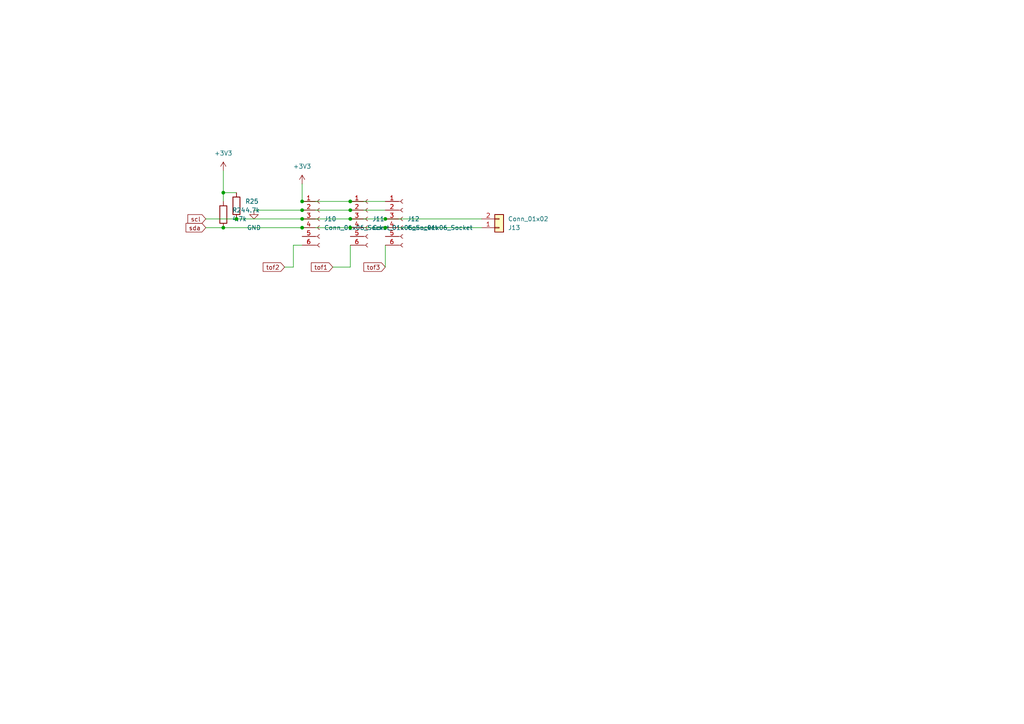
<source format=kicad_sch>
(kicad_sch (version 20231120) (generator "eeschema") (generator_version "8.0")
  (paper "A4")
  (lib_symbols
    (symbol "Connector:Conn_01x06_Socket" (pin_names (offset 1.016) hide)
      (property "Reference" "J" (at 0 7.62 0))
      (property "Value" "Conn_01x06_Socket" (at 0 -10.16 0))
      (symbol "Conn_01x06_Socket_1_1"
        (arc (start 0 -7.112) (mid -0.5058 -7.62) (end 0 -8.128) (stroke (width 0.1524)))
        (arc (start 0 -4.572) (mid -0.5058 -5.08) (end 0 -5.588) (stroke (width 0.1524)))
        (arc (start 0 -2.032) (mid -0.5058 -2.54) (end 0 -3.048) (stroke (width 0.1524)))
        (polyline (pts (xy -1.27 -7.62) (xy -0.508 -7.62)) (stroke (width 0.1524)))
        (polyline (pts (xy -1.27 -5.08) (xy -0.508 -5.08)) (stroke (width 0.1524)))
        (polyline (pts (xy -1.27 -2.54) (xy -0.508 -2.54)) (stroke (width 0.1524)))
        (polyline (pts (xy -1.27 0) (xy -0.508 0)) (stroke (width 0.1524)))
        (polyline (pts (xy -1.27 2.54) (xy -0.508 2.54)) (stroke (width 0.1524)))
        (polyline (pts (xy -1.27 5.08) (xy -0.508 5.08)) (stroke (width 0.1524)))
        (arc (start 0 0.508) (mid -0.5058 0) (end 0 -0.508) (stroke (width 0.1524)))
        (arc (start 0 3.048) (mid -0.5058 2.54) (end 0 2.032) (stroke (width 0.1524)))
        (arc (start 0 5.588) (mid -0.5058 5.08) (end 0 4.572) (stroke (width 0.1524)))
        (pin passive line (at -5.08 5.08 0) (length 3.81) (name "Pin_1") (number "1"))
        (pin passive line (at -5.08 2.54 0) (length 3.81) (name "Pin_2") (number "2"))
        (pin passive line (at -5.08 0 0) (length 3.81) (name "Pin_3") (number "3"))
        (pin passive line (at -5.08 -2.54 0) (length 3.81) (name "Pin_4") (number "4"))
        (pin passive line (at -5.08 -5.08 0) (length 3.81) (name "Pin_5") (number "5"))
        (pin passive line (at -5.08 -7.62 0) (length 3.81) (name "Pin_6") (number "6"))
      )
    )
    (symbol "Connector_Generic:Conn_01x02" (pin_names (offset 1.016) hide)
      (property "Reference" "J" (at 0 2.54 0))
      (property "Value" "Conn_01x02" (at 0 -5.08 0))
      (symbol "Conn_01x02_1_1"
        (rectangle (start -1.27 -2.413) (end 0 -2.667) (stroke (width 0.1524)))
        (rectangle (start -1.27 0.127) (end 0 -0.127) (stroke (width 0.1524)))
        (rectangle (start -1.27 1.27) (end 1.27 -3.81) (stroke (width 0.254)) (fill (type background)))
        (pin passive line (at -5.08 0 0) (length 3.81) (name "Pin_1") (number "1"))
        (pin passive line (at -5.08 -2.54 0) (length 3.81) (name "Pin_2") (number "2"))
      )
    )
    (symbol "Device:R" (pin_numbers hide) (pin_names (offset 0))
      (property "Reference" "R" (at 2.032 0 90))
      (property "Value" "R" (at 0 0 90))
      (symbol "R_0_1"
        (rectangle (start -1.016 -2.54) (end 1.016 2.54) (stroke (width 0.254)))
      )
      (symbol "R_1_1"
        (pin passive line (at 0 3.81 270) (length 1.27) (name "~") (number "1"))
        (pin passive line (at 0 -3.81 90) (length 1.27) (name "~") (number "2"))
      )
    )
    (symbol "power:+3V3" (power) (pin_names (offset 0))
      (property "Value" "+3V3" (at 0 3.556 0))
      (symbol "+3V3_0_1"
        (polyline (pts (xy -0.762 1.27) (xy 0 2.54)))
        (polyline (pts (xy 0 0) (xy 0 2.54)))
        (polyline (pts (xy 0 2.54) (xy 0.762 1.27)))
      )
      (symbol "+3V3_1_1"
        (pin power_in line (at 0 0 90) (length 0) hide (name "+3V3") (number "1"))
      )
    )
    (symbol "power:+5V" (power) (pin_numbers hide) (pin_names (offset 0) hide)
      (property "Value" "+5V" (at 0 3.556 0))
      (symbol "+5V_0_1"
        (polyline (pts (xy -0.762 1.27) (xy 0 2.54)))
        (polyline (pts (xy 0 0) (xy 0 2.54)))
        (polyline (pts (xy 0 2.54) (xy 0.762 1.27)))
      )
      (symbol "+5V_1_1"
        (pin power_in line (at 0 0 90) (length 0) (name "~") (number "1"))
      )
    )
    (symbol "power:GND" (power) (pin_numbers hide) (pin_names (offset 0) hide)
      (property "Value" "GND" (at 0 -3.81 0))
      (symbol "GND_0_1"
        (polyline (pts (xy 0 0) (xy 0 -1.27) (xy 1.27 -1.27) (xy 0 -2.54) (xy -1.27 -1.27) (xy 0 -1.27)))
      )
      (symbol "GND_1_1"
        (pin power_in line (at 0 0 270) (length 0) (name "~") (number "1"))
      )
    )
  )
  (junction (at 111.76 66.04))
  (junction (at 111.76 63.5))
  (junction (at 101.6 60.96))
  (junction (at 101.6 58.42))
  (junction (at 87.63 58.42))
  (junction (at 64.77 55.88))
  (junction (at 64.77 66.04))
  (junction (at 101.6 63.5))
  (junction (at 87.63 63.5))
  (junction (at 101.6 66.04))
  (junction (at 87.63 66.04))
  (junction (at 68.58 63.5))
  (junction (at 87.63 60.96))
  (wire (pts (xy 111.76 71.12) (xy 111.76 77.47)))
  (wire (pts (xy 111.76 63.5) (xy 139.7 63.5)))
  (wire (pts (xy 87.63 58.42) (xy 101.6 58.42)))
  (wire (pts (xy 85.09 77.47) (xy 85.09 71.12)))
  (wire (pts (xy 101.6 60.96) (xy 111.76 60.96)))
  (wire (pts (xy 64.77 55.88) (xy 68.58 55.88)))
  (wire (pts (xy 59.69 66.04) (xy 64.77 66.04)))
  (wire (pts (xy 87.63 63.5) (xy 101.6 63.5)))
  (wire (pts (xy 101.6 58.42) (xy 111.76 58.42)))
  (wire (pts (xy 85.09 71.12) (xy 87.63 71.12)))
  (wire (pts (xy 64.77 55.88) (xy 64.77 49.53)))
  (wire (pts (xy 101.6 63.5) (xy 111.76 63.5)))
  (wire (pts (xy 101.6 66.04) (xy 111.76 66.04)))
  (wire (pts (xy 73.66 60.96) (xy 87.63 60.96)))
  (wire (pts (xy 82.55 77.47) (xy 85.09 77.47)))
  (wire (pts (xy 68.58 63.5) (xy 87.63 63.5)))
  (wire (pts (xy 111.76 66.04) (xy 139.7 66.04)))
  (wire (pts (xy 96.52 77.47) (xy 101.6 77.47)))
  (wire (pts (xy 64.77 66.04) (xy 87.63 66.04)))
  (wire (pts (xy 101.6 77.47) (xy 101.6 71.12)))
  (wire (pts (xy 87.63 53.34) (xy 87.63 58.42)))
  (wire (pts (xy 87.63 60.96) (xy 101.6 60.96)))
  (wire (pts (xy 87.63 66.04) (xy 101.6 66.04)))
  (wire (pts (xy 64.77 58.42) (xy 64.77 55.88)))
  (wire (pts (xy 59.69 63.5) (xy 68.58 63.5)))
  (global_label "tof2" (shape input) (at 82.55 77.47 180) (property "Intersheetrefs" "${INTERSHEET_REFS}" (effects (hide yes))))
  (global_label "tof1" (shape input) (at 96.52 77.47 180) (property "Intersheetrefs" "${INTERSHEET_REFS}" (effects (hide yes))))
  (global_label "scl" (shape input) (at 59.69 63.5 180) (property "Intersheetrefs" "${INTERSHEET_REFS}" (effects (hide yes))))
  (global_label "tof3" (shape input) (at 111.76 77.47 180) (property "Intersheetrefs" "${INTERSHEET_REFS}" (effects (hide yes))))
  (global_label "sda" (shape input) (at 59.69 66.04 180) (property "Intersheetrefs" "${INTERSHEET_REFS}" (effects (hide yes))))
  (symbol (lib_id "Device:R") (at 64.77 62.23 180) (unit 1)
    (property "Reference" "R24" (at 67.31 60.96 0) (effects (justify right)))
    (property "Value" "4.7k" (at 67.31 63.5 0) (effects (justify right)))
    (property "Footprint" "Resistor_SMD:R_0402_1005Metric" (effects (hide yes)))
  )
  (symbol (lib_id "Connector:Conn_01x06_Socket") (at 92.71 63.5 0) (unit 1)
    (property "Reference" "J10" (at 93.98 63.4999 0) (effects (justify left)))
    (property "Value" "Conn_01x06_Socket" (at 93.98 66.0399 0) (effects (justify left)))
    (property "Footprint" "Connector_JST:JST_XH_B6B-XH-AM_1x06_P2.50mm_Vertical" (effects (hide yes)))
    (property "Description" "Generic connector, single row, 01x06, script generated" (effects (hide yes)))
  )
  (symbol (lib_id "Connector:Conn_01x06_Socket") (at 106.68 63.5 0) (unit 1)
    (property "Reference" "J11" (at 107.95 63.4999 0) (effects (justify left)))
    (property "Value" "Conn_01x06_Socket" (at 107.95 66.0399 0) (effects (justify left)))
    (property "Footprint" "Connector_JST:JST_XH_B6B-XH-AM_1x06_P2.50mm_Vertical" (effects (hide yes)))
    (property "Description" "Generic connector, single row, 01x06, script generated" (effects (hide yes)))
  )
  (symbol (lib_id "power:+3V3") (at 64.77 49.53 0) (unit 1)
    (property "Reference" "#PWR083" (effects (hide yes)))
    (property "Value" "+3V3" (at 64.77 44.45 0))
  )
  (symbol (lib_id "Connector:Conn_01x06_Socket") (at 116.84 63.5 0) (unit 1)
    (property "Reference" "J12" (at 118.11 63.4999 0) (effects (justify left)))
    (property "Value" "Conn_01x06_Socket" (at 118.11 66.0399 0) (effects (justify left)))
    (property "Footprint" "Connector_JST:JST_XH_B6B-XH-AM_1x06_P2.50mm_Vertical" (effects (hide yes)))
    (property "Description" "Generic connector, single row, 01x06, script generated" (effects (hide yes)))
  )
  (symbol (lib_id "power:+5V") (at 87.63 53.34 0) (unit 1)
    (property "Reference" "#PWR081" (effects (hide yes)))
    (property "Value" "+3V3" (at 87.63 48.26 0))
    (property "Description" "Power symbol creates a global label with name \"+5V\"" (effects (hide yes)))
  )
  (symbol (lib_id "Connector_Generic:Conn_01x02") (at 144.78 66.04 0) (mirror x) (unit 1)
    (property "Reference" "J13" (at 147.32 66.0401 0) (effects (justify left)))
    (property "Value" "Conn_01x02" (at 147.32 63.5001 0) (effects (justify left)))
    (property "Footprint" "Connector_JST:JST_XH_B2B-XH-AM_1x02_P2.50mm_Vertical" (effects (hide yes)))
    (property "Description" "Generic connector, single row, 01x02, script generated (kicad-library-utils/schlib/autogen/connector/)" (effects (hide yes)))
  )
  (symbol (lib_id "Device:R") (at 68.58 59.69 180) (unit 1)
    (property "Reference" "R25" (at 71.12 58.42 0) (effects (justify right)))
    (property "Value" "4.7k" (at 71.12 60.96 0) (effects (justify right)))
    (property "Footprint" "Resistor_SMD:R_0402_1005Metric" (effects (hide yes)))
  )
  (symbol (lib_id "power:GND") (at 73.66 60.96 0) (unit 1)
    (property "Reference" "#PWR082" (effects (hide yes)))
    (property "Value" "GND" (at 73.66 66.04 0))
    (property "Description" "Power symbol creates a global label with name \"GND\" , ground" (effects (hide yes)))
  )
)
</source>
